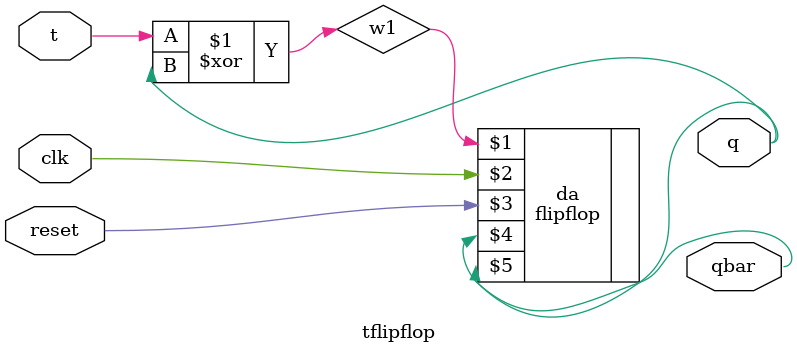
<source format=v>
`include "flipflop.v"

module tflipflop (clk,reset,t,q,qbar);
input clk, reset, t;
output q, qbar;

wire w1;

flipflop da(w1, clk, reset, q, qbar);
assign w1 = t ^ q;

endmodule
</source>
